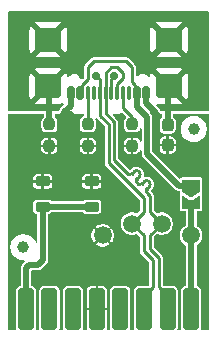
<source format=gbr>
%TF.GenerationSoftware,KiCad,Pcbnew,9.0.6-1.fc43*%
%TF.CreationDate,2025-12-11T01:18:59+10:30*%
%TF.ProjectId,fastboot_breakout,66617374-626f-46f7-945f-627265616b6f,1.1*%
%TF.SameCoordinates,Original*%
%TF.FileFunction,Copper,L1,Top*%
%TF.FilePolarity,Positive*%
%FSLAX46Y46*%
G04 Gerber Fmt 4.6, Leading zero omitted, Abs format (unit mm)*
G04 Created by KiCad (PCBNEW 9.0.6-1.fc43) date 2025-12-11 01:18:59*
%MOMM*%
%LPD*%
G01*
G04 APERTURE LIST*
G04 Aperture macros list*
%AMRoundRect*
0 Rectangle with rounded corners*
0 $1 Rounding radius*
0 $2 $3 $4 $5 $6 $7 $8 $9 X,Y pos of 4 corners*
0 Add a 4 corners polygon primitive as box body*
4,1,4,$2,$3,$4,$5,$6,$7,$8,$9,$2,$3,0*
0 Add four circle primitives for the rounded corners*
1,1,$1+$1,$2,$3*
1,1,$1+$1,$4,$5*
1,1,$1+$1,$6,$7*
1,1,$1+$1,$8,$9*
0 Add four rect primitives between the rounded corners*
20,1,$1+$1,$2,$3,$4,$5,0*
20,1,$1+$1,$4,$5,$6,$7,0*
20,1,$1+$1,$6,$7,$8,$9,0*
20,1,$1+$1,$8,$9,$2,$3,0*%
%AMFreePoly0*
4,1,6,1.000000,0.000000,0.500000,-0.750000,-0.500000,-0.750000,-0.500000,0.750000,0.500000,0.750000,1.000000,0.000000,1.000000,0.000000,$1*%
%AMFreePoly1*
4,1,6,0.500000,-0.750000,-0.650000,-0.750000,-0.150000,0.000000,-0.650000,0.750000,0.500000,0.750000,0.500000,-0.750000,0.500000,-0.750000,$1*%
G04 Aperture macros list end*
%TA.AperFunction,SMDPad,CuDef*%
%ADD10RoundRect,0.237500X-0.237500X0.250000X-0.237500X-0.250000X0.237500X-0.250000X0.237500X0.250000X0*%
%TD*%
%TA.AperFunction,SMDPad,CuDef*%
%ADD11RoundRect,0.237500X-0.237500X0.300000X-0.237500X-0.300000X0.237500X-0.300000X0.237500X0.300000X0*%
%TD*%
%TA.AperFunction,SMDPad,CuDef*%
%ADD12C,1.500000*%
%TD*%
%TA.AperFunction,SMDPad,CuDef*%
%ADD13FreePoly0,270.000000*%
%TD*%
%TA.AperFunction,SMDPad,CuDef*%
%ADD14FreePoly1,270.000000*%
%TD*%
%TA.AperFunction,SMDPad,CuDef*%
%ADD15C,1.000000*%
%TD*%
%TA.AperFunction,SMDPad,CuDef*%
%ADD16RoundRect,0.150000X0.150000X0.425000X-0.150000X0.425000X-0.150000X-0.425000X0.150000X-0.425000X0*%
%TD*%
%TA.AperFunction,SMDPad,CuDef*%
%ADD17RoundRect,0.075000X0.075000X0.500000X-0.075000X0.500000X-0.075000X-0.500000X0.075000X-0.500000X0*%
%TD*%
%TA.AperFunction,SMDPad,CuDef*%
%ADD18RoundRect,0.250000X0.840000X0.750000X-0.840000X0.750000X-0.840000X-0.750000X0.840000X-0.750000X0*%
%TD*%
%TA.AperFunction,SMDPad,CuDef*%
%ADD19RoundRect,0.120000X-0.480000X-0.280000X0.480000X-0.280000X0.480000X0.280000X-0.480000X0.280000X0*%
%TD*%
%TA.AperFunction,SMDPad,CuDef*%
%ADD20RoundRect,0.195000X0.455000X1.555000X-0.455000X1.555000X-0.455000X-1.555000X0.455000X-1.555000X0*%
%TD*%
%TA.AperFunction,ViaPad*%
%ADD21C,0.700000*%
%TD*%
%TA.AperFunction,Conductor*%
%ADD22C,0.500000*%
%TD*%
%TA.AperFunction,Conductor*%
%ADD23C,0.250000*%
%TD*%
G04 APERTURE END LIST*
D10*
%TO.P,R4,1*%
%TO.N,Net-(J4-CC1)*%
X147592857Y-95058500D03*
%TO.P,R4,2*%
%TO.N,GND*%
X147592857Y-96883500D03*
%TD*%
D11*
%TO.P,C1,1*%
%TO.N,/Shield*%
X150592857Y-95108500D03*
%TO.P,C1,2*%
%TO.N,GND*%
X150592857Y-96833500D03*
%TD*%
D12*
%TO.P,TP4,1,1*%
%TO.N,GND*%
X145092857Y-104471000D03*
%TD*%
D13*
%TO.P,JP1,1,A*%
%TO.N,Net-(JP1-A)*%
X152592857Y-100246000D03*
D14*
%TO.P,JP1,2,B*%
%TO.N,VBUS*%
X152592857Y-101696000D03*
%TD*%
D15*
%TO.P,FID4,*%
%TO.N,*%
X138392857Y-105471000D03*
%TD*%
D10*
%TO.P,R3,1*%
%TO.N,/Shield*%
X140592857Y-95058500D03*
%TO.P,R3,2*%
%TO.N,GND*%
X140592857Y-96883500D03*
%TD*%
D16*
%TO.P,J4,A1,GND*%
%TO.N,GND*%
X148792857Y-92401000D03*
%TO.P,J4,A4,VBUS*%
%TO.N,Net-(JP1-A)*%
X147992857Y-92401000D03*
D17*
%TO.P,J4,A5,CC1*%
%TO.N,Net-(J4-CC1)*%
X146842857Y-92401000D03*
%TO.P,J4,A6,D+*%
%TO.N,/D+*%
X145842857Y-92401000D03*
%TO.P,J4,A7,D-*%
%TO.N,/D-*%
X145342857Y-92401000D03*
%TO.P,J4,A8*%
%TO.N,N/C*%
X144342857Y-92401000D03*
D16*
%TO.P,J4,A9,VBUS*%
%TO.N,Net-(JP1-A)*%
X143192857Y-92401000D03*
%TO.P,J4,A12,GND*%
%TO.N,GND*%
X142392857Y-92401000D03*
%TO.P,J4,B1,GND*%
X142392857Y-92401000D03*
%TO.P,J4,B4,VBUS*%
%TO.N,Net-(JP1-A)*%
X143192857Y-92401000D03*
D17*
%TO.P,J4,B5,CC2*%
%TO.N,Net-(J4-CC2)*%
X143842857Y-92401000D03*
%TO.P,J4,B6,D+*%
%TO.N,/D+*%
X144842857Y-92401000D03*
%TO.P,J4,B7,D-*%
%TO.N,/D-*%
X146342857Y-92401000D03*
%TO.P,J4,B8*%
%TO.N,N/C*%
X147342857Y-92401000D03*
D16*
%TO.P,J4,B9,VBUS*%
%TO.N,Net-(JP1-A)*%
X147992857Y-92401000D03*
%TO.P,J4,B12,GND*%
%TO.N,GND*%
X148792857Y-92401000D03*
D18*
%TO.P,J4,S1,SHIELD*%
%TO.N,/Shield*%
X150702857Y-91826000D03*
X150702857Y-87896000D03*
X140482857Y-91826000D03*
X140482857Y-87896000D03*
%TD*%
D12*
%TO.P,TP3,1,1*%
%TO.N,/D+*%
X147592857Y-103471000D03*
%TD*%
D10*
%TO.P,R2,1*%
%TO.N,Net-(J4-CC2)*%
X143842857Y-95058500D03*
%TO.P,R2,2*%
%TO.N,GND*%
X143842857Y-96883500D03*
%TD*%
D19*
%TO.P,SW1,1,1*%
%TO.N,GND*%
X140017857Y-99896000D03*
X144167857Y-99896000D03*
%TO.P,SW1,2,2*%
%TO.N,/Boot_SEL*%
X140017857Y-102046000D03*
X144167857Y-102046000D03*
%TD*%
D12*
%TO.P,TP1,1,1*%
%TO.N,/D-*%
X150092857Y-103471000D03*
%TD*%
D15*
%TO.P,FID3,*%
%TO.N,*%
X152792857Y-95471000D03*
%TD*%
D12*
%TO.P,TP2,1,1*%
%TO.N,VBUS*%
X152592857Y-104471000D03*
%TD*%
D20*
%TO.P,J1,9,Pin_9*%
%TO.N,/Boot_SEL*%
X138592857Y-110721000D03*
%TO.P,J1,10,Pin_10*%
%TO.N,/SoC_RX*%
X140592857Y-110721000D03*
%TO.P,J1,11,Pin_11*%
%TO.N,/SoC_TX*%
X142592857Y-110721000D03*
%TO.P,J1,12,Pin_12*%
%TO.N,GND*%
X144592857Y-110721000D03*
%TO.P,J1,13,Pin_13*%
%TO.N,/SoC_USB_OTG_ID*%
X146592857Y-110721000D03*
%TO.P,J1,14,Pin_14*%
%TO.N,/D+*%
X148592857Y-110721000D03*
%TO.P,J1,15,Pin_15*%
%TO.N,/D-*%
X150592857Y-110721000D03*
%TO.P,J1,16,Pin_16*%
%TO.N,VBUS*%
X152592857Y-110721000D03*
%TD*%
D21*
%TO.N,GND*%
X145592857Y-107971000D03*
X143592857Y-107971000D03*
%TO.N,/Shield*%
X148592857Y-88971000D03*
X150092857Y-89871000D03*
X153092857Y-91971000D03*
X139592857Y-89871000D03*
X141092857Y-89871000D03*
X153092857Y-87471000D03*
X148592857Y-85971000D03*
X138092857Y-85971000D03*
X153092857Y-93471000D03*
X150092857Y-85971000D03*
X141092857Y-85971000D03*
X153092857Y-85971000D03*
X142592857Y-87471000D03*
X151592857Y-85971000D03*
X138092857Y-87471000D03*
X142592857Y-88971000D03*
X138092857Y-91971000D03*
X153092857Y-88971000D03*
X153092857Y-90471000D03*
X138092857Y-90471000D03*
X148592857Y-87471000D03*
X151592857Y-89871000D03*
X138092857Y-93471000D03*
X138092857Y-88971000D03*
X139592857Y-85971000D03*
X142592857Y-85971000D03*
%TO.N,GND*%
X137592857Y-94971000D03*
X147592857Y-105971000D03*
X143842857Y-98171000D03*
X150592857Y-101471000D03*
X140592857Y-98171000D03*
X153592857Y-105971000D03*
X147592857Y-98171000D03*
X147092857Y-101471000D03*
X137592857Y-97971000D03*
X151092857Y-105971000D03*
X141592857Y-103471000D03*
X141592857Y-105971000D03*
X137592857Y-100971000D03*
X153592857Y-96971000D03*
X137592857Y-103471000D03*
X150592857Y-98171000D03*
X153592857Y-102971000D03*
X141592857Y-100971000D03*
%TO.N,/D+*%
X146092857Y-90971000D03*
X144517857Y-90971000D03*
%TD*%
D22*
%TO.N,/Shield*%
X150592857Y-95108500D02*
X150592857Y-91936000D01*
X140592857Y-95058500D02*
X140592857Y-91936000D01*
%TO.N,VBUS*%
X152592857Y-109971000D02*
X152592857Y-101701903D01*
%TO.N,GND*%
X148792857Y-93296000D02*
X149592857Y-94096000D01*
X149592857Y-94096000D02*
X149592857Y-96721000D01*
X148792857Y-92401000D02*
X148792857Y-93296000D01*
X141842857Y-94021000D02*
X141842857Y-96421000D01*
X142392857Y-92401000D02*
X142392857Y-93471000D01*
X142392857Y-93471000D02*
X141842857Y-94021000D01*
D23*
%TO.N,/D+*%
X145842857Y-91221000D02*
X145842857Y-92401000D01*
X144842857Y-91258500D02*
X144842857Y-92401000D01*
X147592857Y-103471000D02*
X148592857Y-102471000D01*
X145592857Y-98324554D02*
X145592857Y-95074554D01*
X148592857Y-104471000D02*
X148592857Y-105824554D01*
X144842857Y-94324554D02*
X144842857Y-92401000D01*
X145592857Y-95074554D02*
X144842857Y-94324554D01*
X147592857Y-103471000D02*
X148592857Y-104471000D01*
X149342857Y-108871000D02*
X148592857Y-109621000D01*
X149342857Y-106574554D02*
X149342857Y-108871000D01*
X148592857Y-105824554D02*
X149342857Y-106574554D01*
X146092857Y-90971000D02*
X145842857Y-91221000D01*
X144555357Y-90971000D02*
X144842857Y-91258500D01*
X148592857Y-102471000D02*
X148592857Y-101324554D01*
X144517857Y-90971000D02*
X144555357Y-90971000D01*
X148592857Y-101324554D02*
X145592857Y-98324554D01*
%TO.N,/D-*%
X147988118Y-100012708D02*
X148072972Y-100097561D01*
X147563856Y-99249034D02*
X147777409Y-99035478D01*
X150092857Y-103471000D02*
X149092857Y-104471000D01*
X146092857Y-94867446D02*
X146092857Y-98117446D01*
X148965312Y-99884043D02*
X149050164Y-99968895D01*
X145342857Y-92401000D02*
X145342857Y-94117446D01*
X149842857Y-108871000D02*
X150592857Y-109621000D01*
X149092857Y-102471000D02*
X150092857Y-103471000D01*
X145342857Y-94117446D02*
X146092857Y-94867446D01*
X146842857Y-91177009D02*
X146342857Y-91677009D01*
X146342857Y-90221000D02*
X146842857Y-90721000D01*
X145342857Y-90721000D02*
X145842857Y-90221000D01*
X149092857Y-105617446D02*
X149842857Y-106367446D01*
X148836647Y-100861237D02*
X149092857Y-101117446D01*
X149050164Y-100308307D02*
X148836647Y-100521825D01*
X146342857Y-91677009D02*
X146342857Y-92401000D01*
X146092857Y-98117446D02*
X147224444Y-99249033D01*
X148412384Y-100097562D02*
X148625900Y-99884043D01*
X145342857Y-92401000D02*
X145342857Y-90721000D01*
X149842857Y-106367446D02*
X149842857Y-108871000D01*
X149092857Y-104471000D02*
X149092857Y-105617446D01*
X149092857Y-101117446D02*
X149092857Y-102471000D01*
X148116821Y-99035479D02*
X148201673Y-99120331D01*
X148201673Y-99459743D02*
X147988117Y-99673296D01*
X145842857Y-90221000D02*
X146342857Y-90221000D01*
X146842857Y-90721000D02*
X146842857Y-91177009D01*
X147224444Y-99249033D02*
G75*
G03*
X147563905Y-99249084I169756J169733D01*
G01*
X148201673Y-99120331D02*
G75*
G02*
X148201636Y-99459706I-169673J-169669D01*
G01*
X148072972Y-100097561D02*
G75*
G03*
X148412406Y-100097584I169728J169661D01*
G01*
X149050164Y-99968895D02*
G75*
G02*
X149050163Y-100308306I-169664J-169705D01*
G01*
X147988117Y-99673296D02*
G75*
G03*
X147988120Y-100012706I169683J-169704D01*
G01*
X147777409Y-99035478D02*
G75*
G02*
X148116807Y-99035493I169691J-169722D01*
G01*
X148625900Y-99884043D02*
G75*
G02*
X148965312Y-99884043I169706J-169708D01*
G01*
X148836647Y-100521825D02*
G75*
G03*
X148836678Y-100861206I169653J-169675D01*
G01*
%TO.N,Net-(J4-CC1)*%
X146842857Y-93721000D02*
X146842857Y-92401000D01*
X147592857Y-94471000D02*
X146842857Y-93721000D01*
X147592857Y-95058500D02*
X147592857Y-94471000D01*
%TO.N,Net-(J4-CC2)*%
X143842857Y-92366000D02*
X143842857Y-95058500D01*
D22*
%TO.N,Net-(JP1-A)*%
X148842857Y-97553786D02*
X151535071Y-100246000D01*
D23*
X143366857Y-91732822D02*
X143366857Y-92227000D01*
X147092857Y-89721000D02*
X144342857Y-89721000D01*
X147818857Y-91732822D02*
X147592857Y-91506822D01*
D22*
X148842857Y-97553786D02*
X148842857Y-94471000D01*
D23*
X143842857Y-90221000D02*
X143842857Y-91256822D01*
D22*
X147992857Y-92401000D02*
X147992857Y-93621000D01*
X147992857Y-93621000D02*
X148842857Y-94471000D01*
D23*
X144342857Y-89721000D02*
X143842857Y-90221000D01*
X147818857Y-92227000D02*
X147818857Y-91732822D01*
D22*
X152592857Y-100246000D02*
X151535071Y-100246000D01*
D23*
X143842857Y-91256822D02*
X143366857Y-91732822D01*
X147592857Y-90221000D02*
X147092857Y-89721000D01*
X147592857Y-91506822D02*
X147592857Y-90221000D01*
D22*
%TO.N,/Boot_SEL*%
X140017857Y-106546000D02*
X139592857Y-106971000D01*
X140017857Y-102046000D02*
X144167857Y-102046000D01*
X138592857Y-107221000D02*
X138592857Y-109971000D01*
X139592857Y-106971000D02*
X138842857Y-106971000D01*
X140017857Y-106546000D02*
X140017857Y-102046000D01*
X138842857Y-106971000D02*
X138592857Y-107221000D01*
%TD*%
%TA.AperFunction,Conductor*%
%TO.N,GND*%
G36*
X142531338Y-93988593D02*
G01*
X142549365Y-94010834D01*
X142561223Y-94033086D01*
X142606978Y-94085891D01*
X142606984Y-94085897D01*
X142624563Y-94103839D01*
X142624565Y-94103840D01*
X142624568Y-94103843D01*
X142682060Y-94136002D01*
X142704384Y-94148490D01*
X142719601Y-94152957D01*
X142771424Y-94168175D01*
X142829322Y-94176500D01*
X142829326Y-94176500D01*
X143393351Y-94176500D01*
X143393357Y-94176500D01*
X143434118Y-94172117D01*
X143456772Y-94177707D01*
X143479757Y-94181761D01*
X143481470Y-94183803D01*
X143484059Y-94184442D01*
X143497820Y-94203288D01*
X143512822Y-94221166D01*
X143513441Y-94224680D01*
X143514394Y-94225985D01*
X143517357Y-94246886D01*
X143517357Y-94321895D01*
X143499764Y-94370233D01*
X143466994Y-94392875D01*
X143398384Y-94416882D01*
X143398381Y-94416884D01*
X143292146Y-94495289D01*
X143213741Y-94601524D01*
X143213739Y-94601527D01*
X143170133Y-94726148D01*
X143170131Y-94726157D01*
X143167357Y-94755735D01*
X143167357Y-95361264D01*
X143170131Y-95390842D01*
X143170132Y-95390849D01*
X143175605Y-95406490D01*
X143213739Y-95515472D01*
X143213741Y-95515475D01*
X143292146Y-95621711D01*
X143398381Y-95700115D01*
X143398384Y-95700117D01*
X143428299Y-95710584D01*
X143523008Y-95743725D01*
X143552592Y-95746499D01*
X143552595Y-95746500D01*
X143552601Y-95746500D01*
X144133119Y-95746500D01*
X144133120Y-95746499D01*
X144162706Y-95743725D01*
X144287332Y-95700116D01*
X144393568Y-95621711D01*
X144471973Y-95515475D01*
X144515582Y-95390849D01*
X144518356Y-95361263D01*
X144518357Y-95361262D01*
X144518357Y-94755738D01*
X144518356Y-94755735D01*
X144517049Y-94741799D01*
X144515582Y-94726151D01*
X144479852Y-94624041D01*
X144480493Y-94572606D01*
X144514047Y-94533616D01*
X144564812Y-94525316D01*
X144604006Y-94546031D01*
X145245331Y-95187355D01*
X145267071Y-95233975D01*
X145267357Y-95240529D01*
X145267357Y-98281701D01*
X145267357Y-98367407D01*
X145289539Y-98450192D01*
X145289542Y-98450200D01*
X145332391Y-98524416D01*
X148245331Y-101437354D01*
X148267071Y-101483974D01*
X148267357Y-101490528D01*
X148267357Y-102305025D01*
X148249764Y-102353363D01*
X148245341Y-102358188D01*
X148126830Y-102476700D01*
X148030368Y-102573162D01*
X147983748Y-102594901D01*
X147948417Y-102589463D01*
X147870111Y-102557028D01*
X147870109Y-102557027D01*
X147870108Y-102557027D01*
X147870106Y-102557026D01*
X147870104Y-102557026D01*
X147686474Y-102520500D01*
X147686473Y-102520500D01*
X147499241Y-102520500D01*
X147499240Y-102520500D01*
X147315609Y-102557026D01*
X147315606Y-102557027D01*
X147142627Y-102628677D01*
X146986946Y-102732700D01*
X146986943Y-102732702D01*
X146854559Y-102865086D01*
X146854557Y-102865089D01*
X146750534Y-103020770D01*
X146678884Y-103193749D01*
X146678883Y-103193752D01*
X146642357Y-103377383D01*
X146642357Y-103564616D01*
X146675789Y-103732694D01*
X146678884Y-103748251D01*
X146750535Y-103921231D01*
X146854555Y-104076908D01*
X146854557Y-104076910D01*
X146854559Y-104076913D01*
X146986943Y-104209297D01*
X146986946Y-104209299D01*
X146986949Y-104209302D01*
X147142626Y-104313322D01*
X147315606Y-104384973D01*
X147453332Y-104412368D01*
X147499240Y-104421500D01*
X147499241Y-104421500D01*
X147686474Y-104421500D01*
X147723200Y-104414194D01*
X147870108Y-104384973D01*
X147948416Y-104352535D01*
X147999806Y-104350291D01*
X148030368Y-104368837D01*
X148245331Y-104583800D01*
X148267071Y-104630420D01*
X148267357Y-104636974D01*
X148267357Y-105781701D01*
X148267357Y-105867407D01*
X148274334Y-105893445D01*
X148289539Y-105950192D01*
X148289542Y-105950200D01*
X148332391Y-106024416D01*
X148995331Y-106687355D01*
X149017071Y-106733975D01*
X149017357Y-106740529D01*
X149017357Y-108695300D01*
X148999764Y-108743638D01*
X148955215Y-108769358D01*
X148942157Y-108770500D01*
X148106726Y-108770500D01*
X148014115Y-108785168D01*
X147902487Y-108842046D01*
X147813903Y-108930630D01*
X147757025Y-109042258D01*
X147742357Y-109134869D01*
X147742357Y-112307129D01*
X147754459Y-112383536D01*
X147744644Y-112434031D01*
X147704668Y-112466403D01*
X147680185Y-112470500D01*
X147505529Y-112470500D01*
X147457191Y-112452907D01*
X147431471Y-112408358D01*
X147431255Y-112383536D01*
X147443357Y-112307128D01*
X147443357Y-109134872D01*
X147428689Y-109042260D01*
X147371812Y-108930633D01*
X147371811Y-108930632D01*
X147371810Y-108930630D01*
X147283226Y-108842046D01*
X147171597Y-108785168D01*
X147171599Y-108785168D01*
X147078987Y-108770500D01*
X147078985Y-108770500D01*
X146106729Y-108770500D01*
X146106726Y-108770500D01*
X146014115Y-108785168D01*
X145902487Y-108842046D01*
X145813903Y-108930630D01*
X145757025Y-109042258D01*
X145742357Y-109134869D01*
X145742357Y-112307129D01*
X145754459Y-112383536D01*
X145744644Y-112434031D01*
X145704668Y-112466403D01*
X145680185Y-112470500D01*
X145508263Y-112470500D01*
X145459925Y-112452907D01*
X145434205Y-112408358D01*
X145433989Y-112383536D01*
X145446056Y-112307343D01*
X145446057Y-112307336D01*
X145446057Y-110822600D01*
X143739657Y-110822600D01*
X143739657Y-112307343D01*
X143751725Y-112383536D01*
X143741910Y-112434031D01*
X143701933Y-112466403D01*
X143677451Y-112470500D01*
X143505529Y-112470500D01*
X143457191Y-112452907D01*
X143431471Y-112408358D01*
X143431255Y-112383536D01*
X143443357Y-112307128D01*
X143443357Y-109134872D01*
X143443323Y-109134656D01*
X143739657Y-109134656D01*
X143739657Y-110619400D01*
X144491257Y-110619400D01*
X144694457Y-110619400D01*
X145446057Y-110619400D01*
X145446057Y-109134664D01*
X145446056Y-109134656D01*
X145431288Y-109041413D01*
X145374022Y-108929023D01*
X145284833Y-108839834D01*
X145172442Y-108782568D01*
X145172444Y-108782568D01*
X145079200Y-108767800D01*
X144694457Y-108767800D01*
X144694457Y-110619400D01*
X144491257Y-110619400D01*
X144491257Y-108767800D01*
X144106513Y-108767800D01*
X144013270Y-108782568D01*
X143900880Y-108839834D01*
X143811691Y-108929023D01*
X143754425Y-109041413D01*
X143739657Y-109134656D01*
X143443323Y-109134656D01*
X143428689Y-109042260D01*
X143371812Y-108930633D01*
X143371811Y-108930632D01*
X143371810Y-108930630D01*
X143283226Y-108842046D01*
X143171597Y-108785168D01*
X143171599Y-108785168D01*
X143078987Y-108770500D01*
X143078985Y-108770500D01*
X142106729Y-108770500D01*
X142106726Y-108770500D01*
X142014115Y-108785168D01*
X141902487Y-108842046D01*
X141813903Y-108930630D01*
X141757025Y-109042258D01*
X141742357Y-109134869D01*
X141742357Y-112307129D01*
X141754459Y-112383536D01*
X141744644Y-112434031D01*
X141704668Y-112466403D01*
X141680185Y-112470500D01*
X141505529Y-112470500D01*
X141457191Y-112452907D01*
X141431471Y-112408358D01*
X141431255Y-112383536D01*
X141443357Y-112307128D01*
X141443357Y-109134872D01*
X141428689Y-109042260D01*
X141371812Y-108930633D01*
X141371811Y-108930632D01*
X141371810Y-108930630D01*
X141283226Y-108842046D01*
X141171597Y-108785168D01*
X141171599Y-108785168D01*
X141078987Y-108770500D01*
X141078985Y-108770500D01*
X140106729Y-108770500D01*
X140106726Y-108770500D01*
X140014115Y-108785168D01*
X139902487Y-108842046D01*
X139813903Y-108930630D01*
X139757025Y-109042258D01*
X139742357Y-109134869D01*
X139742357Y-112307129D01*
X139754459Y-112383536D01*
X139744644Y-112434031D01*
X139704668Y-112466403D01*
X139680185Y-112470500D01*
X139505529Y-112470500D01*
X139457191Y-112452907D01*
X139431471Y-112408358D01*
X139431255Y-112383536D01*
X139443357Y-112307128D01*
X139443357Y-109134872D01*
X139428689Y-109042260D01*
X139371812Y-108930633D01*
X139371811Y-108930632D01*
X139371810Y-108930630D01*
X139283226Y-108842046D01*
X139171597Y-108785168D01*
X139171599Y-108785168D01*
X139106793Y-108774904D01*
X139061803Y-108749965D01*
X139043368Y-108701942D01*
X139043357Y-108700630D01*
X139043357Y-107496700D01*
X139060950Y-107448362D01*
X139105499Y-107422642D01*
X139118557Y-107421500D01*
X139652167Y-107421500D01*
X139692005Y-107410824D01*
X139742530Y-107397286D01*
X139766744Y-107390799D01*
X139869471Y-107331489D01*
X140378347Y-106822614D01*
X140437656Y-106719887D01*
X140450818Y-106670764D01*
X140468357Y-106605309D01*
X140468357Y-105215769D01*
X144491769Y-105215769D01*
X144641349Y-105315715D01*
X144814815Y-105387567D01*
X144814816Y-105387568D01*
X144998974Y-105424200D01*
X145186740Y-105424200D01*
X145370897Y-105387568D01*
X145370898Y-105387567D01*
X145544368Y-105315713D01*
X145693942Y-105215770D01*
X145693943Y-105215769D01*
X145092858Y-104614684D01*
X145092856Y-104614684D01*
X144491769Y-105215769D01*
X140468357Y-105215769D01*
X140468357Y-104377117D01*
X144139657Y-104377117D01*
X144139657Y-104564882D01*
X144176288Y-104749040D01*
X144176289Y-104749041D01*
X144248141Y-104922507D01*
X144348086Y-105072086D01*
X144949173Y-104471000D01*
X144949173Y-104470999D01*
X144949172Y-104470998D01*
X145236541Y-104470998D01*
X145236541Y-104471001D01*
X145837626Y-105072086D01*
X145837627Y-105072085D01*
X145937570Y-104922511D01*
X146009424Y-104749041D01*
X146009425Y-104749040D01*
X146046057Y-104564882D01*
X146046057Y-104377117D01*
X146009425Y-104192959D01*
X146009424Y-104192958D01*
X145937572Y-104019492D01*
X145837626Y-103869912D01*
X145236541Y-104470998D01*
X144949172Y-104470998D01*
X144348086Y-103869912D01*
X144248141Y-104019492D01*
X144176289Y-104192958D01*
X144176288Y-104192959D01*
X144139657Y-104377117D01*
X140468357Y-104377117D01*
X140468357Y-103726229D01*
X144491769Y-103726229D01*
X145092856Y-104327316D01*
X145092858Y-104327316D01*
X145693943Y-103726229D01*
X145544364Y-103626284D01*
X145370898Y-103554432D01*
X145370897Y-103554431D01*
X145186740Y-103517800D01*
X144998974Y-103517800D01*
X144814816Y-103554431D01*
X144814815Y-103554432D01*
X144641349Y-103626284D01*
X144491769Y-103726229D01*
X140468357Y-103726229D01*
X140468357Y-102721276D01*
X140485950Y-102672938D01*
X140530499Y-102647218D01*
X140533743Y-102646719D01*
X140535407Y-102646500D01*
X140535411Y-102646500D01*
X140582088Y-102640355D01*
X140684524Y-102592588D01*
X140758586Y-102518525D01*
X140805205Y-102496786D01*
X140811760Y-102496500D01*
X143373954Y-102496500D01*
X143422292Y-102514093D01*
X143427117Y-102518515D01*
X143465628Y-102557026D01*
X143501189Y-102592587D01*
X143501193Y-102592590D01*
X143603621Y-102640353D01*
X143603623Y-102640353D01*
X143603626Y-102640355D01*
X143650303Y-102646500D01*
X143650305Y-102646500D01*
X144685409Y-102646500D01*
X144685411Y-102646500D01*
X144732088Y-102640355D01*
X144834524Y-102592588D01*
X144914445Y-102512667D01*
X144921851Y-102496786D01*
X144953757Y-102428362D01*
X144962212Y-102410231D01*
X144968357Y-102363554D01*
X144968357Y-101728446D01*
X144962212Y-101681769D01*
X144921984Y-101595500D01*
X144914447Y-101579336D01*
X144914441Y-101579328D01*
X144834528Y-101499415D01*
X144834520Y-101499409D01*
X144732092Y-101451646D01*
X144732086Y-101451644D01*
X144697699Y-101447117D01*
X144685411Y-101445500D01*
X143650303Y-101445500D01*
X143639444Y-101446929D01*
X143603627Y-101451644D01*
X143603621Y-101451646D01*
X143501193Y-101499409D01*
X143501189Y-101499412D01*
X143464159Y-101536443D01*
X143427127Y-101573474D01*
X143380509Y-101595214D01*
X143373954Y-101595500D01*
X140811760Y-101595500D01*
X140763422Y-101577907D01*
X140758596Y-101573484D01*
X140684524Y-101499412D01*
X140684520Y-101499409D01*
X140582092Y-101451646D01*
X140582086Y-101451644D01*
X140547699Y-101447117D01*
X140535411Y-101445500D01*
X139500303Y-101445500D01*
X139489444Y-101446929D01*
X139453627Y-101451644D01*
X139453621Y-101451646D01*
X139351193Y-101499409D01*
X139351185Y-101499415D01*
X139271272Y-101579328D01*
X139271266Y-101579336D01*
X139223503Y-101681764D01*
X139223501Y-101681770D01*
X139217357Y-101728447D01*
X139217357Y-102363552D01*
X139223501Y-102410229D01*
X139223503Y-102410235D01*
X139271266Y-102512663D01*
X139271272Y-102512671D01*
X139351185Y-102592584D01*
X139351193Y-102592590D01*
X139453621Y-102640353D01*
X139453623Y-102640353D01*
X139453626Y-102640355D01*
X139500303Y-102646500D01*
X139500307Y-102646500D01*
X139501971Y-102646719D01*
X139547599Y-102670471D01*
X139567285Y-102717995D01*
X139567357Y-102721276D01*
X139567357Y-105049655D01*
X139549764Y-105097993D01*
X139505215Y-105123713D01*
X139454557Y-105114780D01*
X139421492Y-105075375D01*
X139420638Y-105072893D01*
X139412733Y-105048565D01*
X139412730Y-105048555D01*
X139334089Y-104894212D01*
X139232271Y-104754072D01*
X139232269Y-104754070D01*
X139232262Y-104754062D01*
X139109794Y-104631594D01*
X139109786Y-104631587D01*
X139074330Y-104605826D01*
X138969645Y-104529768D01*
X138815302Y-104451127D01*
X138815295Y-104451124D01*
X138815291Y-104451123D01*
X138650562Y-104397599D01*
X138650550Y-104397596D01*
X138479470Y-104370500D01*
X138479468Y-104370500D01*
X138306246Y-104370500D01*
X138306243Y-104370500D01*
X138135163Y-104397596D01*
X138135151Y-104397599D01*
X137970422Y-104451123D01*
X137970414Y-104451126D01*
X137970412Y-104451127D01*
X137970408Y-104451128D01*
X137970408Y-104451129D01*
X137816067Y-104529769D01*
X137675927Y-104631587D01*
X137675919Y-104631594D01*
X137553451Y-104754062D01*
X137553444Y-104754070D01*
X137451626Y-104894210D01*
X137372986Y-105048551D01*
X137372980Y-105048565D01*
X137319456Y-105213294D01*
X137319453Y-105213306D01*
X137292357Y-105384386D01*
X137292357Y-105557613D01*
X137319453Y-105728693D01*
X137319456Y-105728705D01*
X137364523Y-105867407D01*
X137372984Y-105893445D01*
X137451625Y-106047788D01*
X137538662Y-106167583D01*
X137553444Y-106187929D01*
X137553451Y-106187937D01*
X137675919Y-106310405D01*
X137675927Y-106310412D01*
X137675929Y-106310414D01*
X137816069Y-106412232D01*
X137970412Y-106490873D01*
X138135156Y-106544402D01*
X138306246Y-106571500D01*
X138306250Y-106571500D01*
X138423705Y-106571500D01*
X138472043Y-106589093D01*
X138497763Y-106633642D01*
X138488830Y-106684300D01*
X138476879Y-106699874D01*
X138232367Y-106944385D01*
X138173057Y-107047113D01*
X138173058Y-107047114D01*
X138142357Y-107161691D01*
X138142357Y-107161693D01*
X138142357Y-108700630D01*
X138124764Y-108748968D01*
X138080215Y-108774688D01*
X138078921Y-108774904D01*
X138014115Y-108785168D01*
X137902487Y-108842046D01*
X137813903Y-108930630D01*
X137757025Y-109042258D01*
X137742357Y-109134869D01*
X137742357Y-112307129D01*
X137754459Y-112383536D01*
X137744644Y-112434031D01*
X137704668Y-112466403D01*
X137680185Y-112470500D01*
X137168557Y-112470500D01*
X137120219Y-112452907D01*
X137094499Y-112408358D01*
X137093357Y-112395300D01*
X137093357Y-100213868D01*
X139214658Y-100213868D01*
X139220854Y-100260942D01*
X139269020Y-100364236D01*
X139269026Y-100364244D01*
X139349612Y-100444830D01*
X139349620Y-100444836D01*
X139452911Y-100493001D01*
X139452917Y-100493003D01*
X139499987Y-100499199D01*
X139916257Y-100499199D01*
X140119457Y-100499199D01*
X140535724Y-100499199D01*
X140582799Y-100493002D01*
X140686093Y-100444836D01*
X140686101Y-100444830D01*
X140766687Y-100364244D01*
X140766693Y-100364236D01*
X140814858Y-100260945D01*
X140814860Y-100260939D01*
X140821057Y-100213869D01*
X140821057Y-100213868D01*
X143364658Y-100213868D01*
X143370854Y-100260942D01*
X143419020Y-100364236D01*
X143419026Y-100364244D01*
X143499612Y-100444830D01*
X143499620Y-100444836D01*
X143602911Y-100493001D01*
X143602917Y-100493003D01*
X143649987Y-100499199D01*
X144066257Y-100499199D01*
X144269457Y-100499199D01*
X144685724Y-100499199D01*
X144732799Y-100493002D01*
X144836093Y-100444836D01*
X144836101Y-100444830D01*
X144916687Y-100364244D01*
X144916693Y-100364236D01*
X144964858Y-100260945D01*
X144964860Y-100260939D01*
X144971057Y-100213869D01*
X144971057Y-99997600D01*
X144269457Y-99997600D01*
X144269457Y-100499199D01*
X144066257Y-100499199D01*
X144066257Y-99997600D01*
X143364658Y-99997600D01*
X143364658Y-100213868D01*
X140821057Y-100213868D01*
X140821057Y-99997600D01*
X140119457Y-99997600D01*
X140119457Y-100499199D01*
X139916257Y-100499199D01*
X139916257Y-99997600D01*
X139214658Y-99997600D01*
X139214658Y-100213868D01*
X137093357Y-100213868D01*
X137093357Y-99578130D01*
X139214657Y-99578130D01*
X139214657Y-99794400D01*
X139916257Y-99794400D01*
X140119457Y-99794400D01*
X140821056Y-99794400D01*
X140821056Y-99578131D01*
X140821056Y-99578130D01*
X143364657Y-99578130D01*
X143364657Y-99794400D01*
X144066257Y-99794400D01*
X144269457Y-99794400D01*
X144971056Y-99794400D01*
X144971056Y-99578131D01*
X144964859Y-99531057D01*
X144916693Y-99427763D01*
X144916687Y-99427755D01*
X144836101Y-99347169D01*
X144836093Y-99347163D01*
X144732802Y-99298998D01*
X144732796Y-99298996D01*
X144685726Y-99292800D01*
X144269457Y-99292800D01*
X144269457Y-99794400D01*
X144066257Y-99794400D01*
X144066257Y-99292800D01*
X143649988Y-99292800D01*
X143602914Y-99298997D01*
X143499620Y-99347163D01*
X143499612Y-99347169D01*
X143419026Y-99427755D01*
X143419020Y-99427763D01*
X143370855Y-99531054D01*
X143370853Y-99531060D01*
X143364657Y-99578130D01*
X140821056Y-99578130D01*
X140814859Y-99531057D01*
X140766693Y-99427763D01*
X140766687Y-99427755D01*
X140686101Y-99347169D01*
X140686093Y-99347163D01*
X140582802Y-99298998D01*
X140582796Y-99298996D01*
X140535726Y-99292800D01*
X140119457Y-99292800D01*
X140119457Y-99794400D01*
X139916257Y-99794400D01*
X139916257Y-99292800D01*
X139499988Y-99292800D01*
X139452914Y-99298997D01*
X139349620Y-99347163D01*
X139349612Y-99347169D01*
X139269026Y-99427755D01*
X139269020Y-99427763D01*
X139220855Y-99531054D01*
X139220853Y-99531060D01*
X139214657Y-99578130D01*
X137093357Y-99578130D01*
X137093357Y-97186592D01*
X139914657Y-97186592D01*
X139917448Y-97216350D01*
X139917450Y-97216359D01*
X139961324Y-97341748D01*
X139961326Y-97341751D01*
X140040215Y-97448641D01*
X140147105Y-97527530D01*
X140147108Y-97527532D01*
X140272497Y-97571406D01*
X140272506Y-97571408D01*
X140302264Y-97574199D01*
X140302266Y-97574200D01*
X140491257Y-97574200D01*
X140694457Y-97574200D01*
X140883448Y-97574200D01*
X140883449Y-97574199D01*
X140913207Y-97571408D01*
X140913216Y-97571406D01*
X141038605Y-97527532D01*
X141038608Y-97527530D01*
X141145498Y-97448641D01*
X141224387Y-97341751D01*
X141224389Y-97341748D01*
X141268263Y-97216359D01*
X141268265Y-97216350D01*
X141271056Y-97186592D01*
X143164657Y-97186592D01*
X143167448Y-97216350D01*
X143167450Y-97216359D01*
X143211324Y-97341748D01*
X143211326Y-97341751D01*
X143290215Y-97448641D01*
X143397105Y-97527530D01*
X143397108Y-97527532D01*
X143522497Y-97571406D01*
X143522506Y-97571408D01*
X143552264Y-97574199D01*
X143552266Y-97574200D01*
X143741257Y-97574200D01*
X143944457Y-97574200D01*
X144133448Y-97574200D01*
X144133449Y-97574199D01*
X144163207Y-97571408D01*
X144163216Y-97571406D01*
X144288605Y-97527532D01*
X144288608Y-97527530D01*
X144395498Y-97448641D01*
X144474387Y-97341751D01*
X144474389Y-97341748D01*
X144518263Y-97216359D01*
X144518265Y-97216350D01*
X144521056Y-97186592D01*
X144521057Y-97186591D01*
X144521057Y-96985100D01*
X143944457Y-96985100D01*
X143944457Y-97574200D01*
X143741257Y-97574200D01*
X143741257Y-96985100D01*
X143164657Y-96985100D01*
X143164657Y-97186592D01*
X141271056Y-97186592D01*
X141271057Y-97186591D01*
X141271057Y-96985100D01*
X140694457Y-96985100D01*
X140694457Y-97574200D01*
X140491257Y-97574200D01*
X140491257Y-96985100D01*
X139914657Y-96985100D01*
X139914657Y-97186592D01*
X137093357Y-97186592D01*
X137093357Y-96580407D01*
X139914657Y-96580407D01*
X139914657Y-96781900D01*
X140491257Y-96781900D01*
X140694457Y-96781900D01*
X141271057Y-96781900D01*
X141271057Y-96580408D01*
X141271056Y-96580407D01*
X143164657Y-96580407D01*
X143164657Y-96781900D01*
X143741257Y-96781900D01*
X143944457Y-96781900D01*
X144521057Y-96781900D01*
X144521057Y-96580408D01*
X144521056Y-96580407D01*
X144518265Y-96550649D01*
X144518263Y-96550640D01*
X144474389Y-96425251D01*
X144474387Y-96425248D01*
X144395498Y-96318358D01*
X144288608Y-96239469D01*
X144288605Y-96239467D01*
X144163216Y-96195593D01*
X144163207Y-96195591D01*
X144133449Y-96192800D01*
X143944457Y-96192800D01*
X143944457Y-96781900D01*
X143741257Y-96781900D01*
X143741257Y-96192800D01*
X143552265Y-96192800D01*
X143522506Y-96195591D01*
X143522497Y-96195593D01*
X143397108Y-96239467D01*
X143397105Y-96239469D01*
X143290215Y-96318358D01*
X143211326Y-96425248D01*
X143211324Y-96425251D01*
X143167450Y-96550640D01*
X143167448Y-96550649D01*
X143164657Y-96580407D01*
X141271056Y-96580407D01*
X141268265Y-96550649D01*
X141268263Y-96550640D01*
X141224389Y-96425251D01*
X141224387Y-96425248D01*
X141145498Y-96318358D01*
X141038608Y-96239469D01*
X141038605Y-96239467D01*
X140913216Y-96195593D01*
X140913207Y-96195591D01*
X140883449Y-96192800D01*
X140694457Y-96192800D01*
X140694457Y-96781900D01*
X140491257Y-96781900D01*
X140491257Y-96192800D01*
X140302265Y-96192800D01*
X140272506Y-96195591D01*
X140272497Y-96195593D01*
X140147108Y-96239467D01*
X140147105Y-96239469D01*
X140040215Y-96318358D01*
X139961326Y-96425248D01*
X139961324Y-96425251D01*
X139917450Y-96550640D01*
X139917448Y-96550649D01*
X139914657Y-96580407D01*
X137093357Y-96580407D01*
X137093357Y-94245456D01*
X137110950Y-94197118D01*
X137155499Y-94171398D01*
X137179259Y-94171022D01*
X137217357Y-94176500D01*
X140067157Y-94176500D01*
X140085516Y-94183182D01*
X140104757Y-94186575D01*
X140109117Y-94191771D01*
X140115495Y-94194093D01*
X140125264Y-94211015D01*
X140137822Y-94225980D01*
X140139544Y-94235748D01*
X140141215Y-94238642D01*
X140142357Y-94251700D01*
X140142357Y-94383367D01*
X140124764Y-94431705D01*
X140111812Y-94443873D01*
X140042147Y-94495287D01*
X139963741Y-94601524D01*
X139963739Y-94601527D01*
X139920133Y-94726148D01*
X139920131Y-94726157D01*
X139917357Y-94755735D01*
X139917357Y-95361264D01*
X139920131Y-95390842D01*
X139920132Y-95390849D01*
X139925605Y-95406490D01*
X139963739Y-95515472D01*
X139963741Y-95515475D01*
X140042146Y-95621711D01*
X140148381Y-95700115D01*
X140148384Y-95700117D01*
X140178299Y-95710584D01*
X140273008Y-95743725D01*
X140302592Y-95746499D01*
X140302595Y-95746500D01*
X140302601Y-95746500D01*
X140883119Y-95746500D01*
X140883120Y-95746499D01*
X140912706Y-95743725D01*
X141037332Y-95700116D01*
X141143568Y-95621711D01*
X141221973Y-95515475D01*
X141265582Y-95390849D01*
X141268356Y-95361263D01*
X141268357Y-95361262D01*
X141268357Y-94755738D01*
X141268356Y-94755735D01*
X141267049Y-94741799D01*
X141265582Y-94726151D01*
X141221973Y-94601525D01*
X141143568Y-94495289D01*
X141143566Y-94495288D01*
X141143566Y-94495287D01*
X141073902Y-94443873D01*
X141061875Y-94425751D01*
X141047892Y-94409087D01*
X141046834Y-94403088D01*
X141045457Y-94401013D01*
X141043357Y-94383367D01*
X141043357Y-94251700D01*
X141060950Y-94203362D01*
X141105499Y-94177642D01*
X141118557Y-94176500D01*
X141294704Y-94176500D01*
X141294714Y-94176500D01*
X141311814Y-94175787D01*
X141332377Y-94174070D01*
X141405069Y-94154128D01*
X141467916Y-94123599D01*
X141489812Y-94111253D01*
X141553596Y-94045711D01*
X141574295Y-94011753D01*
X141577155Y-94007061D01*
X141617336Y-93974943D01*
X141641367Y-93971000D01*
X142483000Y-93971000D01*
X142531338Y-93988593D01*
G37*
%TD.AperFunction*%
%TA.AperFunction,Conductor*%
G36*
X146734291Y-94073808D02*
G01*
X146742263Y-94080733D01*
X147046334Y-94384804D01*
X147068074Y-94431424D01*
X147054760Y-94481111D01*
X147045487Y-94490661D01*
X147046130Y-94491304D01*
X147042148Y-94495285D01*
X146963741Y-94601524D01*
X146963739Y-94601527D01*
X146920133Y-94726148D01*
X146920131Y-94726157D01*
X146917357Y-94755735D01*
X146917357Y-95361264D01*
X146920131Y-95390842D01*
X146920132Y-95390849D01*
X146925605Y-95406490D01*
X146963739Y-95515472D01*
X146963741Y-95515475D01*
X147042146Y-95621711D01*
X147148381Y-95700115D01*
X147148384Y-95700117D01*
X147178299Y-95710584D01*
X147273008Y-95743725D01*
X147302592Y-95746499D01*
X147302595Y-95746500D01*
X147302601Y-95746500D01*
X147883119Y-95746500D01*
X147883120Y-95746499D01*
X147912706Y-95743725D01*
X148037332Y-95700116D01*
X148143568Y-95621711D01*
X148221973Y-95515475D01*
X148246177Y-95446303D01*
X148278748Y-95406490D01*
X148329291Y-95396926D01*
X148374156Y-95422089D01*
X148392351Y-95470203D01*
X148392357Y-95471141D01*
X148392357Y-96462681D01*
X148374764Y-96511019D01*
X148330215Y-96536739D01*
X148279557Y-96527806D01*
X148246492Y-96488401D01*
X148246177Y-96487518D01*
X148224389Y-96425251D01*
X148224387Y-96425248D01*
X148145498Y-96318358D01*
X148038608Y-96239469D01*
X148038605Y-96239467D01*
X147913216Y-96195593D01*
X147913207Y-96195591D01*
X147883449Y-96192800D01*
X147694457Y-96192800D01*
X147694457Y-97574200D01*
X147883448Y-97574200D01*
X147883449Y-97574199D01*
X147913207Y-97571408D01*
X147913216Y-97571406D01*
X148038605Y-97527532D01*
X148038608Y-97527530D01*
X148145498Y-97448641D01*
X148224387Y-97341751D01*
X148224389Y-97341748D01*
X148246177Y-97279481D01*
X148278748Y-97239667D01*
X148329291Y-97230103D01*
X148374156Y-97255266D01*
X148392351Y-97303380D01*
X148392357Y-97304318D01*
X148392357Y-97613095D01*
X148416570Y-97703458D01*
X148423058Y-97727674D01*
X148482367Y-97830400D01*
X151258453Y-100606486D01*
X151258456Y-100606488D01*
X151258458Y-100606490D01*
X151329428Y-100647464D01*
X151361185Y-100665799D01*
X151475762Y-100696500D01*
X151563184Y-100696500D01*
X151611522Y-100714093D01*
X151634111Y-100746711D01*
X151637837Y-100757289D01*
X151638102Y-100763487D01*
X151665967Y-100850595D01*
X151673519Y-100858567D01*
X151678842Y-100873673D01*
X151678731Y-100884349D01*
X151682979Y-100894143D01*
X151678473Y-100909299D01*
X151678310Y-100925110D01*
X151671364Y-100933216D01*
X151668322Y-100943450D01*
X151666711Y-100945546D01*
X151657709Y-100956834D01*
X151657708Y-100956836D01*
X151657708Y-100956837D01*
X151637357Y-101046000D01*
X151637357Y-101046002D01*
X151637357Y-101046003D01*
X151637357Y-102195998D01*
X151642508Y-102241725D01*
X151642508Y-102241726D01*
X151642509Y-102241728D01*
X151682191Y-102324127D01*
X151753694Y-102381149D01*
X151842857Y-102401500D01*
X152067157Y-102401500D01*
X152115495Y-102419093D01*
X152141215Y-102463642D01*
X152142357Y-102476700D01*
X152142357Y-103588662D01*
X152124764Y-103637000D01*
X152108936Y-103651188D01*
X151986952Y-103732694D01*
X151986943Y-103732702D01*
X151854559Y-103865086D01*
X151854557Y-103865089D01*
X151750534Y-104020770D01*
X151678884Y-104193749D01*
X151678883Y-104193752D01*
X151644057Y-104368837D01*
X151642357Y-104377384D01*
X151642357Y-104564616D01*
X151678884Y-104748251D01*
X151750535Y-104921231D01*
X151854555Y-105076908D01*
X151854557Y-105076910D01*
X151854559Y-105076913D01*
X151986945Y-105209299D01*
X151986948Y-105209301D01*
X151986949Y-105209302D01*
X152108937Y-105290811D01*
X152139353Y-105332294D01*
X152142357Y-105353337D01*
X152142357Y-108700630D01*
X152124764Y-108748968D01*
X152080215Y-108774688D01*
X152078921Y-108774904D01*
X152014115Y-108785168D01*
X151902487Y-108842046D01*
X151813903Y-108930630D01*
X151757025Y-109042258D01*
X151742357Y-109134869D01*
X151742357Y-112307129D01*
X151754459Y-112383536D01*
X151744644Y-112434031D01*
X151704668Y-112466403D01*
X151680185Y-112470500D01*
X151505529Y-112470500D01*
X151457191Y-112452907D01*
X151431471Y-112408358D01*
X151431255Y-112383536D01*
X151443357Y-112307128D01*
X151443357Y-109134872D01*
X151428689Y-109042260D01*
X151371812Y-108930633D01*
X151371811Y-108930632D01*
X151371810Y-108930630D01*
X151283226Y-108842046D01*
X151171597Y-108785168D01*
X151171599Y-108785168D01*
X151078987Y-108770500D01*
X151078985Y-108770500D01*
X150243557Y-108770500D01*
X150195219Y-108752907D01*
X150169499Y-108708358D01*
X150168357Y-108695300D01*
X150168357Y-106324595D01*
X150168357Y-106324593D01*
X150146175Y-106241807D01*
X150146172Y-106241802D01*
X150146171Y-106241799D01*
X150103322Y-106167583D01*
X149440383Y-105504644D01*
X149418643Y-105458024D01*
X149418357Y-105451470D01*
X149418357Y-104636974D01*
X149435950Y-104588636D01*
X149440371Y-104583811D01*
X149655346Y-104368836D01*
X149701965Y-104347097D01*
X149737293Y-104352534D01*
X149815606Y-104384973D01*
X149953332Y-104412368D01*
X149999240Y-104421500D01*
X149999241Y-104421500D01*
X150186474Y-104421500D01*
X150223200Y-104414194D01*
X150370108Y-104384973D01*
X150543088Y-104313322D01*
X150698765Y-104209302D01*
X150831159Y-104076908D01*
X150935179Y-103921231D01*
X151006830Y-103748251D01*
X151043357Y-103564616D01*
X151043357Y-103377384D01*
X151006830Y-103193749D01*
X150935179Y-103020769D01*
X150831159Y-102865092D01*
X150831156Y-102865089D01*
X150831154Y-102865086D01*
X150698770Y-102732702D01*
X150698767Y-102732700D01*
X150698765Y-102732698D01*
X150543088Y-102628678D01*
X150370108Y-102557027D01*
X150370105Y-102557026D01*
X150370104Y-102557026D01*
X150186474Y-102520500D01*
X150186473Y-102520500D01*
X149999241Y-102520500D01*
X149999240Y-102520500D01*
X149815603Y-102557027D01*
X149815602Y-102557028D01*
X149737297Y-102589463D01*
X149685906Y-102591706D01*
X149655344Y-102573161D01*
X149440382Y-102358198D01*
X149418643Y-102311578D01*
X149418357Y-102305024D01*
X149418357Y-101074595D01*
X149418357Y-101074593D01*
X149396175Y-100991808D01*
X149396174Y-100991807D01*
X149396174Y-100991805D01*
X149357667Y-100925110D01*
X149353322Y-100917584D01*
X149292719Y-100856981D01*
X149292718Y-100856980D01*
X149180440Y-100744703D01*
X149158701Y-100698083D01*
X149172015Y-100648396D01*
X149180432Y-100638364D01*
X149289654Y-100529142D01*
X149325361Y-100493444D01*
X149325639Y-100493003D01*
X149393173Y-100385542D01*
X149393176Y-100385538D01*
X149435276Y-100265246D01*
X149449548Y-100138602D01*
X149435277Y-100011957D01*
X149393178Y-99891665D01*
X149393177Y-99891662D01*
X149325366Y-99783762D01*
X149325364Y-99783760D01*
X149325363Y-99783758D01*
X149284805Y-99743209D01*
X149165174Y-99623578D01*
X149165173Y-99623577D01*
X149161913Y-99620317D01*
X149161901Y-99620306D01*
X149150425Y-99608830D01*
X149150417Y-99608823D01*
X149042520Y-99541029D01*
X149042519Y-99541028D01*
X149042518Y-99541028D01*
X149004239Y-99527633D01*
X148922242Y-99498941D01*
X148922234Y-99498939D01*
X148795607Y-99484672D01*
X148795604Y-99484672D01*
X148670006Y-99498823D01*
X148620003Y-99486752D01*
X148589457Y-99445364D01*
X148586861Y-99415667D01*
X148601029Y-99290067D01*
X148601029Y-99290066D01*
X148601029Y-99290062D01*
X148586773Y-99163424D01*
X148544691Y-99043135D01*
X148476894Y-98935228D01*
X148476889Y-98935223D01*
X148476887Y-98935220D01*
X148466427Y-98924759D01*
X148466413Y-98924743D01*
X148313338Y-98771668D01*
X148313092Y-98771452D01*
X148301919Y-98760279D01*
X148301918Y-98760278D01*
X148247971Y-98726380D01*
X148194023Y-98692481D01*
X148073748Y-98650392D01*
X147947128Y-98636121D01*
X147947126Y-98636121D01*
X147820501Y-98650382D01*
X147700222Y-98692460D01*
X147592324Y-98760244D01*
X147592321Y-98760247D01*
X147580830Y-98771736D01*
X147577559Y-98775005D01*
X147577546Y-98775014D01*
X147544564Y-98807995D01*
X147544561Y-98807998D01*
X147507290Y-98845263D01*
X147507248Y-98845311D01*
X147447323Y-98905237D01*
X147400703Y-98926977D01*
X147351016Y-98913664D01*
X147340974Y-98905237D01*
X146440383Y-98004645D01*
X146418643Y-97958025D01*
X146418357Y-97951471D01*
X146418357Y-97186592D01*
X146914657Y-97186592D01*
X146917448Y-97216350D01*
X146917450Y-97216359D01*
X146961324Y-97341748D01*
X146961326Y-97341751D01*
X147040215Y-97448641D01*
X147147105Y-97527530D01*
X147147108Y-97527532D01*
X147272497Y-97571406D01*
X147272506Y-97571408D01*
X147302264Y-97574199D01*
X147302266Y-97574200D01*
X147491257Y-97574200D01*
X147491257Y-96985100D01*
X146914657Y-96985100D01*
X146914657Y-97186592D01*
X146418357Y-97186592D01*
X146418357Y-96580407D01*
X146914657Y-96580407D01*
X146914657Y-96781900D01*
X147491257Y-96781900D01*
X147491257Y-96192800D01*
X147302265Y-96192800D01*
X147272506Y-96195591D01*
X147272497Y-96195593D01*
X147147108Y-96239467D01*
X147147105Y-96239469D01*
X147040215Y-96318358D01*
X146961326Y-96425248D01*
X146961324Y-96425251D01*
X146917450Y-96550640D01*
X146917448Y-96550649D01*
X146914657Y-96580407D01*
X146418357Y-96580407D01*
X146418357Y-94824595D01*
X146418357Y-94824593D01*
X146396175Y-94741807D01*
X146396172Y-94741802D01*
X146396171Y-94741799D01*
X146353323Y-94667585D01*
X146176399Y-94490661D01*
X145990611Y-94304873D01*
X145968872Y-94258254D01*
X145982186Y-94208567D01*
X146024323Y-94179062D01*
X146043786Y-94176500D01*
X146411248Y-94176500D01*
X146411262Y-94176500D01*
X146423483Y-94176136D01*
X146438204Y-94175259D01*
X146506878Y-94159031D01*
X146571106Y-94131527D01*
X146593564Y-94120238D01*
X146637754Y-94078954D01*
X146685085Y-94058814D01*
X146734291Y-94073808D01*
G37*
%TD.AperFunction*%
%TA.AperFunction,Conductor*%
G36*
X149786318Y-93980515D02*
G01*
X149808508Y-93988590D01*
X149808509Y-93988592D01*
X149808512Y-93988593D01*
X149825297Y-94008596D01*
X149827119Y-94011752D01*
X149827120Y-94011753D01*
X149856357Y-94050810D01*
X149856360Y-94050813D01*
X149896708Y-94093128D01*
X149907719Y-94103843D01*
X149920968Y-94111254D01*
X149987535Y-94148490D01*
X150023431Y-94159030D01*
X150054575Y-94168175D01*
X150077861Y-94171523D01*
X150090563Y-94178329D01*
X150104757Y-94180832D01*
X150112534Y-94190101D01*
X150123201Y-94195816D01*
X150128557Y-94209196D01*
X150137822Y-94220237D01*
X150141635Y-94241862D01*
X150142319Y-94243571D01*
X150142357Y-94245957D01*
X150142357Y-94383367D01*
X150124764Y-94431705D01*
X150111812Y-94443873D01*
X150042147Y-94495287D01*
X149963741Y-94601524D01*
X149963739Y-94601527D01*
X149920133Y-94726148D01*
X149920131Y-94726157D01*
X149917357Y-94755735D01*
X149917357Y-95461264D01*
X149920131Y-95490842D01*
X149920132Y-95490849D01*
X149920133Y-95490851D01*
X149963739Y-95615472D01*
X149963741Y-95615475D01*
X150042146Y-95721711D01*
X150148381Y-95800115D01*
X150148384Y-95800117D01*
X150178299Y-95810584D01*
X150273008Y-95843725D01*
X150302592Y-95846499D01*
X150302595Y-95846500D01*
X150302601Y-95846500D01*
X150883119Y-95846500D01*
X150883120Y-95846499D01*
X150912706Y-95843725D01*
X151037332Y-95800116D01*
X151143568Y-95721711D01*
X151221973Y-95615475D01*
X151265582Y-95490849D01*
X151268356Y-95461263D01*
X151268357Y-95461262D01*
X151268357Y-95384386D01*
X151692357Y-95384386D01*
X151692357Y-95557613D01*
X151719453Y-95728693D01*
X151719456Y-95728705D01*
X151757730Y-95846500D01*
X151772984Y-95893445D01*
X151851625Y-96047788D01*
X151918236Y-96139469D01*
X151953444Y-96187929D01*
X151953451Y-96187937D01*
X152075919Y-96310405D01*
X152075927Y-96310412D01*
X152075929Y-96310414D01*
X152216069Y-96412232D01*
X152370412Y-96490873D01*
X152535156Y-96544402D01*
X152706246Y-96571500D01*
X152706250Y-96571500D01*
X152879464Y-96571500D01*
X152879468Y-96571500D01*
X153050558Y-96544402D01*
X153215302Y-96490873D01*
X153369645Y-96412232D01*
X153509785Y-96310414D01*
X153632271Y-96187928D01*
X153734089Y-96047788D01*
X153812730Y-95893445D01*
X153866259Y-95728701D01*
X153893357Y-95557611D01*
X153893357Y-95384389D01*
X153866259Y-95213299D01*
X153812730Y-95048555D01*
X153734089Y-94894212D01*
X153632271Y-94754072D01*
X153632269Y-94754070D01*
X153632262Y-94754062D01*
X153509794Y-94631594D01*
X153509786Y-94631587D01*
X153499402Y-94624042D01*
X153369645Y-94529768D01*
X153215302Y-94451127D01*
X153215295Y-94451124D01*
X153215291Y-94451123D01*
X153050562Y-94397599D01*
X153050550Y-94397596D01*
X152879470Y-94370500D01*
X152879468Y-94370500D01*
X152706246Y-94370500D01*
X152706243Y-94370500D01*
X152535163Y-94397596D01*
X152535151Y-94397599D01*
X152370422Y-94451123D01*
X152370414Y-94451126D01*
X152370412Y-94451127D01*
X152370408Y-94451128D01*
X152370408Y-94451129D01*
X152216067Y-94529769D01*
X152075927Y-94631587D01*
X152075919Y-94631594D01*
X151953451Y-94754062D01*
X151953444Y-94754070D01*
X151851626Y-94894210D01*
X151772986Y-95048551D01*
X151772980Y-95048565D01*
X151719456Y-95213294D01*
X151719453Y-95213306D01*
X151692357Y-95384386D01*
X151268357Y-95384386D01*
X151268357Y-94755738D01*
X151268356Y-94755735D01*
X151267049Y-94741799D01*
X151265582Y-94726151D01*
X151221973Y-94601525D01*
X151143568Y-94495289D01*
X151143566Y-94495288D01*
X151143566Y-94495287D01*
X151073902Y-94443873D01*
X151045457Y-94401013D01*
X151043357Y-94383367D01*
X151043357Y-94251700D01*
X151060950Y-94203362D01*
X151105499Y-94177642D01*
X151118557Y-94176500D01*
X153968351Y-94176500D01*
X153968357Y-94176500D01*
X154009118Y-94172117D01*
X154059059Y-94184442D01*
X154089394Y-94225985D01*
X154092357Y-94246886D01*
X154092357Y-112395300D01*
X154074764Y-112443638D01*
X154030215Y-112469358D01*
X154017157Y-112470500D01*
X153505529Y-112470500D01*
X153457191Y-112452907D01*
X153431471Y-112408358D01*
X153431255Y-112383536D01*
X153443357Y-112307128D01*
X153443357Y-109134872D01*
X153428689Y-109042260D01*
X153371812Y-108930633D01*
X153371811Y-108930632D01*
X153371810Y-108930630D01*
X153283226Y-108842046D01*
X153171597Y-108785168D01*
X153171599Y-108785168D01*
X153106793Y-108774904D01*
X153061803Y-108749965D01*
X153043368Y-108701942D01*
X153043357Y-108700630D01*
X153043357Y-105353337D01*
X153060950Y-105304999D01*
X153076774Y-105290813D01*
X153198765Y-105209302D01*
X153331159Y-105076908D01*
X153435179Y-104921231D01*
X153506830Y-104748251D01*
X153543357Y-104564616D01*
X153543357Y-104377384D01*
X153538414Y-104352536D01*
X153511241Y-104215925D01*
X153506830Y-104193749D01*
X153435179Y-104020769D01*
X153331159Y-103865092D01*
X153331156Y-103865089D01*
X153331154Y-103865086D01*
X153198770Y-103732702D01*
X153198761Y-103732694D01*
X153076778Y-103651188D01*
X153046361Y-103609705D01*
X153043357Y-103588662D01*
X153043357Y-102476700D01*
X153060950Y-102428362D01*
X153105499Y-102402642D01*
X153118557Y-102401500D01*
X153342856Y-102401500D01*
X153342857Y-102401500D01*
X153388585Y-102396348D01*
X153470984Y-102356666D01*
X153528006Y-102285163D01*
X153548357Y-102196000D01*
X153548357Y-101046000D01*
X153534922Y-100972915D01*
X153512204Y-100938839D01*
X153500030Y-100888862D01*
X153515983Y-100850238D01*
X153528006Y-100835163D01*
X153548357Y-100746000D01*
X153548357Y-99746000D01*
X153543205Y-99700272D01*
X153503523Y-99617873D01*
X153503521Y-99617871D01*
X153432020Y-99560851D01*
X153342857Y-99540500D01*
X151842857Y-99540500D01*
X151838171Y-99541028D01*
X151797131Y-99545651D01*
X151797129Y-99545652D01*
X151714730Y-99585334D01*
X151714729Y-99585334D01*
X151714727Y-99585336D01*
X151677032Y-99632604D01*
X151633139Y-99659426D01*
X151582274Y-99651759D01*
X151565065Y-99638891D01*
X149315383Y-97389209D01*
X149293643Y-97342589D01*
X149293357Y-97336035D01*
X149293357Y-97186592D01*
X149914657Y-97186592D01*
X149917448Y-97216350D01*
X149917450Y-97216359D01*
X149961324Y-97341748D01*
X149961326Y-97341751D01*
X150040215Y-97448641D01*
X150147105Y-97527530D01*
X150147108Y-97527532D01*
X150272497Y-97571406D01*
X150272506Y-97571408D01*
X150302264Y-97574199D01*
X150302266Y-97574200D01*
X150491257Y-97574200D01*
X150694457Y-97574200D01*
X150883448Y-97574200D01*
X150883449Y-97574199D01*
X150913207Y-97571408D01*
X150913216Y-97571406D01*
X151038605Y-97527532D01*
X151038608Y-97527530D01*
X151145498Y-97448641D01*
X151224387Y-97341751D01*
X151224389Y-97341748D01*
X151268263Y-97216359D01*
X151268265Y-97216350D01*
X151271056Y-97186592D01*
X151271057Y-97186591D01*
X151271057Y-96935100D01*
X150694457Y-96935100D01*
X150694457Y-97574200D01*
X150491257Y-97574200D01*
X150491257Y-96935100D01*
X149914657Y-96935100D01*
X149914657Y-97186592D01*
X149293357Y-97186592D01*
X149293357Y-96480407D01*
X149914657Y-96480407D01*
X149914657Y-96731900D01*
X150491257Y-96731900D01*
X150694457Y-96731900D01*
X151271057Y-96731900D01*
X151271057Y-96480408D01*
X151271056Y-96480407D01*
X151268265Y-96450649D01*
X151268263Y-96450640D01*
X151224389Y-96325251D01*
X151224387Y-96325248D01*
X151145498Y-96218358D01*
X151038608Y-96139469D01*
X151038605Y-96139467D01*
X150913216Y-96095593D01*
X150913207Y-96095591D01*
X150883449Y-96092800D01*
X150694457Y-96092800D01*
X150694457Y-96731900D01*
X150491257Y-96731900D01*
X150491257Y-96092800D01*
X150302265Y-96092800D01*
X150272506Y-96095591D01*
X150272497Y-96095593D01*
X150147108Y-96139467D01*
X150147105Y-96139469D01*
X150040215Y-96218358D01*
X149961326Y-96325248D01*
X149961324Y-96325251D01*
X149917450Y-96450640D01*
X149917448Y-96450649D01*
X149914657Y-96480407D01*
X149293357Y-96480407D01*
X149293357Y-94411693D01*
X149293357Y-94411691D01*
X149262656Y-94297114D01*
X149253757Y-94281701D01*
X149247659Y-94271138D01*
X149240220Y-94258254D01*
X149203347Y-94194387D01*
X149203345Y-94194385D01*
X149203343Y-94194382D01*
X149108335Y-94099374D01*
X149086595Y-94052754D01*
X149099909Y-94003067D01*
X149142046Y-93973562D01*
X149161509Y-93971000D01*
X149760174Y-93971000D01*
X149786318Y-93980515D01*
G37*
%TD.AperFunction*%
%TD*%
%TA.AperFunction,Conductor*%
%TO.N,/Shield*%
G36*
X154035396Y-85491185D02*
G01*
X154081151Y-85543989D01*
X154092357Y-85595500D01*
X154092357Y-93847000D01*
X154072672Y-93914039D01*
X154019868Y-93959794D01*
X153968357Y-93971000D01*
X150112473Y-93971000D01*
X150045434Y-93951315D01*
X150005086Y-93909000D01*
X149953349Y-93819389D01*
X149953345Y-93819384D01*
X149666267Y-93532306D01*
X149632782Y-93470983D01*
X149637766Y-93401291D01*
X149679638Y-93345358D01*
X149745102Y-93320941D01*
X149766551Y-93321267D01*
X149812877Y-93325999D01*
X151592828Y-93325999D01*
X151592844Y-93325998D01*
X151695554Y-93315505D01*
X151803154Y-93279850D01*
X151803155Y-93279849D01*
X150526081Y-92002776D01*
X150349303Y-91825998D01*
X151056409Y-91825998D01*
X151056409Y-91826001D01*
X152188421Y-92958013D01*
X152188421Y-92958012D01*
X152227215Y-92895120D01*
X152282362Y-92728697D01*
X152282363Y-92728690D01*
X152292856Y-92625986D01*
X152292856Y-91026028D01*
X152292855Y-91026012D01*
X152282362Y-90923302D01*
X152227215Y-90756879D01*
X152227212Y-90756873D01*
X152188422Y-90693986D01*
X152188420Y-90693986D01*
X151056409Y-91825998D01*
X150349303Y-91825998D01*
X149217291Y-90693986D01*
X149178500Y-90756875D01*
X149178498Y-90756880D01*
X149123351Y-90923302D01*
X149123350Y-90923308D01*
X149120515Y-90951056D01*
X149094117Y-91015747D01*
X149036935Y-91055897D01*
X148967124Y-91058758D01*
X148906848Y-91023422D01*
X148898781Y-91013936D01*
X148895357Y-91009474D01*
X148799383Y-90913500D01*
X148799377Y-90913495D01*
X148681835Y-90845632D01*
X148681836Y-90845632D01*
X148666341Y-90841480D01*
X148550724Y-90810500D01*
X148414990Y-90810500D01*
X148299372Y-90841480D01*
X148283878Y-90845632D01*
X148166336Y-90913495D01*
X148166330Y-90913500D01*
X148130038Y-90949793D01*
X148068715Y-90983278D01*
X147999023Y-90978294D01*
X147943090Y-90936422D01*
X147918673Y-90870958D01*
X147918357Y-90862112D01*
X147918357Y-90372148D01*
X149602557Y-90372148D01*
X149602557Y-90372149D01*
X150702857Y-91472448D01*
X150702858Y-91472448D01*
X151803155Y-90372149D01*
X151803155Y-90372148D01*
X151695556Y-90336494D01*
X151592836Y-90326000D01*
X149812885Y-90326000D01*
X149812869Y-90326001D01*
X149710159Y-90336494D01*
X149602557Y-90372148D01*
X147918357Y-90372148D01*
X147918357Y-90178149D01*
X147918356Y-90178145D01*
X147903117Y-90121270D01*
X147903116Y-90121269D01*
X147896175Y-90095362D01*
X147896175Y-90095361D01*
X147874748Y-90058250D01*
X147853322Y-90021138D01*
X147792719Y-89960535D01*
X147792718Y-89960534D01*
X147788388Y-89956204D01*
X147788377Y-89956194D01*
X147292721Y-89460537D01*
X147292720Y-89460536D01*
X147292719Y-89460535D01*
X147219899Y-89418492D01*
X147219897Y-89418490D01*
X147218499Y-89417683D01*
X147218496Y-89417682D01*
X147135710Y-89395500D01*
X144385710Y-89395500D01*
X144300004Y-89395500D01*
X144217218Y-89417682D01*
X144217215Y-89417683D01*
X144180107Y-89439107D01*
X144180107Y-89439108D01*
X144142995Y-89460535D01*
X144142992Y-89460537D01*
X143582394Y-90021135D01*
X143582390Y-90021141D01*
X143539539Y-90095360D01*
X143536402Y-90107066D01*
X143532597Y-90121270D01*
X143517357Y-90178147D01*
X143517357Y-91070633D01*
X143508712Y-91100070D01*
X143502189Y-91130061D01*
X143498433Y-91135077D01*
X143497672Y-91137672D01*
X143481042Y-91158309D01*
X143419490Y-91219862D01*
X143404641Y-91234711D01*
X143343317Y-91268195D01*
X143273626Y-91263210D01*
X143217692Y-91221339D01*
X143197187Y-91179127D01*
X143183226Y-91127025D01*
X143124915Y-91026028D01*
X143115361Y-91009479D01*
X143115356Y-91009473D01*
X143019383Y-90913500D01*
X143019377Y-90913495D01*
X142901835Y-90845632D01*
X142901836Y-90845632D01*
X142886341Y-90841480D01*
X142770724Y-90810500D01*
X142634990Y-90810500D01*
X142519372Y-90841480D01*
X142503878Y-90845632D01*
X142386336Y-90913495D01*
X142386330Y-90913500D01*
X142290350Y-91009480D01*
X142286925Y-91013944D01*
X142230495Y-91055143D01*
X142160748Y-91059293D01*
X142099830Y-91025076D01*
X142067082Y-90963357D01*
X142065197Y-90951050D01*
X142062363Y-90923303D01*
X142007215Y-90756879D01*
X142007212Y-90756873D01*
X141968422Y-90693986D01*
X141968420Y-90693986D01*
X140659633Y-92002776D01*
X139382557Y-93279849D01*
X139490165Y-93315506D01*
X139490162Y-93315506D01*
X139592876Y-93325999D01*
X141372828Y-93325999D01*
X141372844Y-93325998D01*
X141475552Y-93315506D01*
X141630529Y-93264151D01*
X141700358Y-93261749D01*
X141760400Y-93297480D01*
X141791593Y-93360001D01*
X141784033Y-93429460D01*
X141757215Y-93469538D01*
X141482370Y-93744383D01*
X141482366Y-93744389D01*
X141423058Y-93847112D01*
X141423057Y-93847113D01*
X141423058Y-93847114D01*
X141414489Y-93879094D01*
X141378124Y-93938754D01*
X141315277Y-93969283D01*
X141294714Y-93971000D01*
X137217357Y-93971000D01*
X137150318Y-93951315D01*
X137104563Y-93898511D01*
X137093357Y-93847000D01*
X137093357Y-91026013D01*
X138892857Y-91026013D01*
X138892857Y-92625971D01*
X138892858Y-92625987D01*
X138903351Y-92728697D01*
X138958498Y-92895119D01*
X138958501Y-92895126D01*
X138997291Y-92958012D01*
X138997292Y-92958012D01*
X140129305Y-91826000D01*
X140129305Y-91825999D01*
X138997291Y-90693986D01*
X138958500Y-90756875D01*
X138958498Y-90756880D01*
X138903351Y-90923302D01*
X138903350Y-90923309D01*
X138892857Y-91026013D01*
X137093357Y-91026013D01*
X137093357Y-90372148D01*
X139382557Y-90372148D01*
X139382557Y-90372149D01*
X140482857Y-91472448D01*
X140482858Y-91472448D01*
X141583155Y-90372149D01*
X141583155Y-90372148D01*
X141475556Y-90336494D01*
X141372836Y-90326000D01*
X139592885Y-90326000D01*
X139592869Y-90326001D01*
X139490159Y-90336494D01*
X139382557Y-90372148D01*
X137093357Y-90372148D01*
X137093357Y-89349849D01*
X139382557Y-89349849D01*
X139490165Y-89385506D01*
X139490162Y-89385506D01*
X139592876Y-89395999D01*
X141372828Y-89395999D01*
X141372844Y-89395998D01*
X141475554Y-89385505D01*
X141583154Y-89349850D01*
X141583155Y-89349849D01*
X149602557Y-89349849D01*
X149710165Y-89385506D01*
X149710162Y-89385506D01*
X149812876Y-89395999D01*
X151592828Y-89395999D01*
X151592844Y-89395998D01*
X151695554Y-89385505D01*
X151803154Y-89349850D01*
X151803155Y-89349849D01*
X150702857Y-88249552D01*
X149602557Y-89349849D01*
X141583155Y-89349849D01*
X140482857Y-88249552D01*
X139382557Y-89349849D01*
X137093357Y-89349849D01*
X137093357Y-87096013D01*
X138892857Y-87096013D01*
X138892857Y-88695971D01*
X138892858Y-88695987D01*
X138903351Y-88798697D01*
X138958498Y-88965119D01*
X138958501Y-88965126D01*
X138997291Y-89028012D01*
X138997292Y-89028012D01*
X140129305Y-87896000D01*
X140129305Y-87895999D01*
X140836409Y-87895999D01*
X140836409Y-87896001D01*
X141968421Y-89028013D01*
X141968421Y-89028012D01*
X142007215Y-88965120D01*
X142062362Y-88798697D01*
X142062363Y-88798690D01*
X142072856Y-88695986D01*
X142072856Y-87096029D01*
X142072855Y-87096013D01*
X149112857Y-87096013D01*
X149112857Y-88695971D01*
X149112858Y-88695987D01*
X149123351Y-88798697D01*
X149178498Y-88965119D01*
X149178501Y-88965126D01*
X149217291Y-89028012D01*
X149217292Y-89028012D01*
X150349305Y-87896000D01*
X150349305Y-87895999D01*
X150349304Y-87895998D01*
X151056409Y-87895998D01*
X151056409Y-87896001D01*
X152188421Y-89028013D01*
X152188421Y-89028012D01*
X152227215Y-88965120D01*
X152282362Y-88798697D01*
X152282363Y-88798690D01*
X152292856Y-88695986D01*
X152292856Y-87096028D01*
X152292855Y-87096012D01*
X152282362Y-86993302D01*
X152227215Y-86826879D01*
X152227212Y-86826873D01*
X152188422Y-86763986D01*
X152188420Y-86763986D01*
X151056409Y-87895998D01*
X150349304Y-87895998D01*
X149217291Y-86763986D01*
X149178500Y-86826875D01*
X149178498Y-86826880D01*
X149123351Y-86993302D01*
X149123350Y-86993309D01*
X149112857Y-87096013D01*
X142072855Y-87096013D01*
X142072855Y-87096012D01*
X142062362Y-86993302D01*
X142007215Y-86826879D01*
X142007212Y-86826873D01*
X141968422Y-86763986D01*
X141968420Y-86763986D01*
X140836409Y-87895999D01*
X140129305Y-87895999D01*
X138997291Y-86763986D01*
X138958500Y-86826875D01*
X138958498Y-86826880D01*
X138903351Y-86993302D01*
X138903350Y-86993309D01*
X138892857Y-87096013D01*
X137093357Y-87096013D01*
X137093357Y-86442148D01*
X139382557Y-86442148D01*
X139382557Y-86442149D01*
X140482857Y-87542448D01*
X140482858Y-87542448D01*
X141583155Y-86442149D01*
X141583155Y-86442148D01*
X149602557Y-86442148D01*
X149602557Y-86442149D01*
X150702857Y-87542448D01*
X150702858Y-87542448D01*
X151803155Y-86442149D01*
X151803155Y-86442148D01*
X151695556Y-86406494D01*
X151592836Y-86396000D01*
X149812885Y-86396000D01*
X149812869Y-86396001D01*
X149710159Y-86406494D01*
X149602557Y-86442148D01*
X141583155Y-86442148D01*
X141475556Y-86406494D01*
X141372836Y-86396000D01*
X139592885Y-86396000D01*
X139592869Y-86396001D01*
X139490159Y-86406494D01*
X139382557Y-86442148D01*
X137093357Y-86442148D01*
X137093357Y-85595500D01*
X137113042Y-85528461D01*
X137165846Y-85482706D01*
X137217357Y-85471500D01*
X153968357Y-85471500D01*
X154035396Y-85491185D01*
G37*
%TD.AperFunction*%
%TD*%
M02*

</source>
